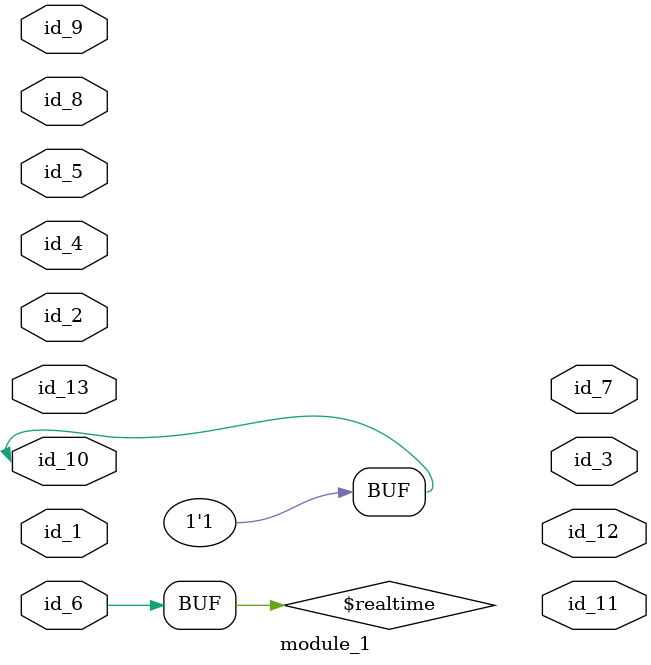
<source format=v>
module module_0 (
    id_1,
    id_2,
    id_3,
    id_4
);
  input wire id_4;
  inout wire id_3;
  input wire id_2;
  input wire id_1;
  wire id_5;
  wire id_6;
  assign id_3 = $realtime;
endmodule
module module_1 (
    id_1,
    id_2,
    id_3,
    id_4,
    id_5,
    id_6,
    id_7,
    id_8,
    id_9,
    id_10,
    id_11,
    id_12,
    id_13
);
  inout wire id_13;
  output wire id_12;
  output wire id_11;
  inout wire id_10;
  inout wire id_9;
  input wire id_8;
  output wire id_7;
  inout wire id_6;
  inout wire id_5;
  input wire id_4;
  output wire id_3;
  input wire id_2;
  inout wire id_1;
  assign id_9[-1] = 1 && -1;
  wire id_14;
  wire id_15;
  assign id_10 = 1;
  assign id_6  = $realtime;
  wire id_16;
  module_0 modCall_1 (
      id_6,
      id_5,
      id_15,
      id_5
  );
  wire id_17;
endmodule

</source>
